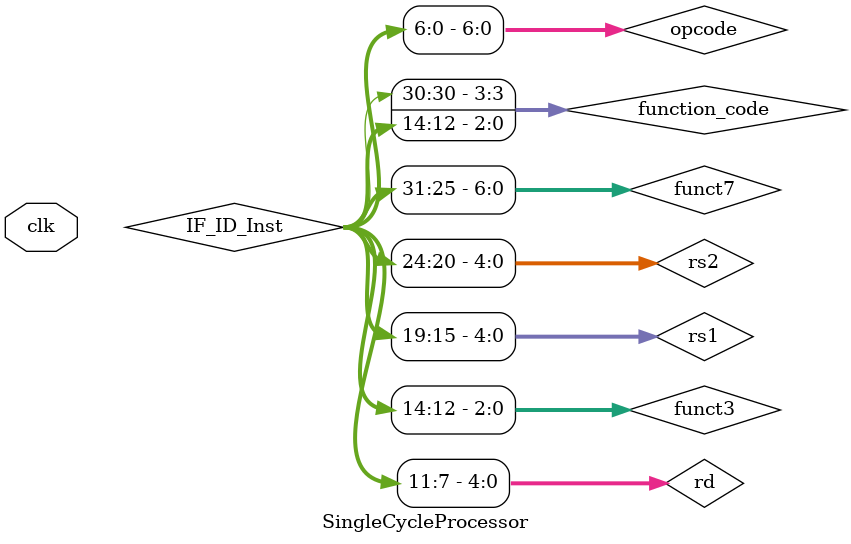
<source format=v>
`timescale 1ns / 1ps

module SingleCycleProcessor(input clk);

    // Program Counter (PC)
    wire [31:0] PC_in, PC_cs;
    PC_switch PC_reg(.PC_in(PC_in), .PC_out(PC_cs), .clk(clk));

    // Instruction Fetch (IF) Stage
    wire [31:0] Inst;
    instruction_memory IM(.PC(PC_cs), .Inst(Inst));

    // Next PC logic (PC + 4)
    wire [31:0] PC_plus4;
    adder PC_adder(.in1(PC_cs), .in2(32'd4), .out(PC_plus4));

    // IF/ID Pipeline Register
    wire [31:0] IF_ID_PC, IF_ID_nPC, IF_ID_Inst;
    IF_ID IF_ID_reg(
        .clk(clk),
        .current_PC(PC_cs),
        .next_PC(PC_plus4),
        .Instruction(Inst),
        .cPC(IF_ID_PC),
        .nPC(IF_ID_nPC),
        .Inst(IF_ID_Inst)
    );

    // Instruction Decode (ID) Stage
    // Extract instruction fields
    wire [6:0] opcode = IF_ID_Inst[6:0];
    wire [4:0] rd = IF_ID_Inst[11:7];
    wire [2:0] funct3 = IF_ID_Inst[14:12];
    wire [4:0] rs1 = IF_ID_Inst[19:15];
    wire [4:0] rs2 = IF_ID_Inst[24:20];
    wire [6:0] funct7 = IF_ID_Inst[31:25];
        wire [31:0] WriteData;


    // Control Unit
    wire Branch, MemRead, MemWrite, ALUSrc, RegWrite, Jump;
    wire [1:0] MemtoReg, ALUop;
    control control_unit(
        .Inst(opcode),
        .Branch(Branch),
        .MemRead(MemRead),
        .MemtoReg(MemtoReg),
        .ALUop(ALUop),
        .MemWrite(MemWrite),
        .ALUsrc(ALUSrc),
        .RegWrite(RegWrite),
        .jump(Jump)
    );

    // Register File
    wire [31:0] ReadData1, ReadData2;
    wire [4:0] MEM_WB_rd_out;
    register RF1(
        .read_reg1(rs1),
        .read_reg2(rs2),
        .write_reg(MEM_WB_rd_out),
        .write_data(WriteData),
        .read_data1(ReadData1),
        .read_data2(ReadData2),
        .reg_write(MEM_WB_RegWrite_out)
    );

    // Immediate Generator
    wire [31:0] Immediate;
    ImmGen Imm_Generator(.ins(IF_ID_Inst), .imm(Immediate));

    // Function code for ALU Control
    wire [3:0] function_code = {IF_ID_Inst[30], IF_ID_Inst[14:12]};

    // ID/EX Pipeline Register
    wire ID_EX_RegWrite_out, ID_EX_MemRead_out, ID_EX_MemWrite_out, ID_EX_Branch_out, ID_EX_ALUSrc_out, ID_EX_jump_out;
    wire [1:0] ID_EX_MemtoReg_out, ID_EX_ALUOp_out;
    wire [31:0] ID_EX_PC_out, ID_EX_nPC_out, ID_EX_ReadData1_out, ID_EX_ReadData2_out, ID_EX_Immediate_out;
    wire [3:0] ID_EX_function_code_out;
    wire [4:0] ID_EX_rd_out;
    ID_EX ID_EX_reg(
        .clk(clk),
        .RegWrite(RegWrite),
        .MemtoReg(MemtoReg),
        .MemRead(MemRead),
        .MemWrite(MemWrite),
        .Branch(Branch),
        .ALUSrc(ALUSrc),
        .ALUOp(ALUop),
        .current_PC(IF_ID_PC),
        .next_PC(IF_ID_nPC),
        .Readdata1(ReadData1),
        .Readdata2(ReadData2),
        .Immediate(Immediate),
        .function_code(function_code),
        .rd(rd),
        .jump(Jump),
        .RegWrite_out(ID_EX_RegWrite_out),
        .MemtoReg_out(ID_EX_MemtoReg_out),
        .MemRead_out(ID_EX_MemRead_out),
        .MemWrite_out(ID_EX_MemWrite_out),
        .Branch_out(ID_EX_Branch_out),
        .ALUSrc_out(ID_EX_ALUSrc_out),
        .ALUOp_out(ID_EX_ALUOp_out),
        .current_PC_out(ID_EX_PC_out),
        .next_PC_out(ID_EX_nPC_out),
        .Readdata1_out(ID_EX_ReadData1_out),
        .Readdata2_out(ID_EX_ReadData2_out),
        .Immediate_out(ID_EX_Immediate_out),
        .function_code_out(ID_EX_function_code_out),
        .rd_out(ID_EX_rd_out),
        .jump_out(ID_EX_jump_out)
    );

    // Execution (EX) Stage
    // ALU Control
    wire [3:0] ALU_Control_Signal;
    ALU_Control ALU_Control_Unit(
        .Inst(ID_EX_function_code_out),
        .ALUop(ID_EX_ALUOp_out),
        .control(ALU_Control_Signal)
    );

    // ALU Source MUX
    wire [31:0] ALU_in2;
    TWO_MUX ALU_Src_MUX(
        .in0(ID_EX_ReadData2_out),
        .in1(ID_EX_Immediate_out),
        .select(ID_EX_ALUSrc_out),
        .out(ALU_in2)
    );

    // ALU
    wire Zero;
    wire [31:0] ALU_Result;
    ALU ALU_Unit(
        .in1(ID_EX_ReadData1_out),
        .in2(ALU_in2),
        .control(ALU_Control_Signal),
        .zero(Zero),
        .result(ALU_Result)
    );

    // Branch Target Calculation
    wire [31:0] Shifted_Immediate;
    shift_left Shift_Left(
        .in(ID_EX_Immediate_out),
        .out(Shifted_Immediate)
    );

    wire [31:0] Branch_Target;
    adder Branch_Adder(
        .in1(ID_EX_PC_out),
        .in2(Shifted_Immediate),
        .out(Branch_Target)
    );
    
            // PC Selection Logic
    reg [1:0] PC_select;
    always @(*) begin
        if (ID_EX_Branch_out) begin
            if (Zero) begin
                PC_select = 2'b01; // Branch taken
            end else if (ALU_Control_Signal == 4'b1111) begin
            if (ID_EX_jump_out == 0)
                PC_select = 2'b10; // JAL
                else PC_select = 2'b11; // JALR
            end
        end else begin
            PC_select = 2'b00; // Next sequential instruction
        end
    end

    // PC MUX
    wire [31:0] PC_next;
    FOUR_MUX PC_MUX(
        .in0(PC_plus4),
        .in1(Branch_Target),
        .in2(Branch_Target),
        .in3(ALU_Result),
        .sel(PC_select),
        .out(PC_in)
    );

    // EX/MEM Pipeline Register
    wire EX_MEM_RegWrite_out, EX_MEM_MemRead_out, EX_MEM_MemWrite_out, EX_MEM_Branch_out, EX_MEM_Zero_out;
    wire [1:0] EX_MEM_MemtoReg_out;
    wire [31:0] EX_MEM_Branch_Target_out, EX_MEM_nPC_out, EX_MEM_ALU_Result_out, EX_MEM_ReadData2_out;
    wire [2:0] EX_MEM_funct3_out;
    wire [4:0] EX_MEM_rd_out;
    EX_MEM EX_MEM_reg(
        .clk(clk),
        .RegWrite(ID_EX_RegWrite_out),
        .MemtoReg(ID_EX_MemtoReg_out),
        .MemRead(ID_EX_MemRead_out),
        .MemWrite(ID_EX_MemWrite_out),
        .Branch(ID_EX_Branch_out),
        .Zero(Zero),
        .PC_sum(Branch_Target),
        .next_PC(ID_EX_nPC_out),
        .ALU_result(ALU_Result),
        .Readdata2(ID_EX_ReadData2_out),
        .funct3(ID_EX_function_code_out[2:0]),
        .rd(ID_EX_rd_out),
        .RegWrite_out(EX_MEM_RegWrite_out),
        .MemtoReg_out(EX_MEM_MemtoReg_out),
        .MemRead_out(EX_MEM_MemRead_out),
        .MemWrite_out(EX_MEM_MemWrite_out),
        .Branch_out(EX_MEM_Branch_out),
        .Zero_out(EX_MEM_Zero_out),
        .PC_sum_out(EX_MEM_Branch_Target_out),
        .next_PC_out(EX_MEM_nPC_out),
        .ALU_result_out(EX_MEM_ALU_Result_out),
        .Readdata2_out(EX_MEM_ReadData2_out),
        .funct3_out(EX_MEM_funct3_out),
        .rd_out(EX_MEM_rd_out)
    );

    // Memory Access (MEM) Stage
    // Data Memory
    wire [31:0] ReadData;
    data_memory DataMem1(
        .MemRead(EX_MEM_MemRead_out),
        .MemWrite(EX_MEM_MemWrite_out),
        .inst(EX_MEM_funct3_out),
        .addr(EX_MEM_ALU_Result_out),
        .WriteData(EX_MEM_ReadData2_out),
        .ReadData(ReadData)
    );

    // MEM/WB Pipeline Register
    wire [1:0] MEM_WB_MemtoReg_out;
    wire [31:0] MEM_WB_nPC_out, MEM_WB_ReadData_out, MEM_WB_ALU_Result_out, MEM_WB_Branch_Target_out;
    MEM_WB MEM_WB_reg(
        .clk(clk),
        .RegWrite(EX_MEM_RegWrite_out),
        .MemtoReg(EX_MEM_MemtoReg_out),
        .next_PC(EX_MEM_nPC_out),
        .Readdata(ReadData),
        .ALU_result(EX_MEM_ALU_Result_out),
        .rd(EX_MEM_rd_out),
        .Branch_target(EX_MEM_Branch_Target_out),
        .RegWrite_out(MEM_WB_RegWrite_out),
        .MemtoReg_out(MEM_WB_MemtoReg_out),
        .next_PC_out(MEM_WB_nPC_out),
        .Readdata_out(MEM_WB_ReadData_out),
        .ALU_result_out(MEM_WB_ALU_Result_out),
        .rd_out(MEM_WB_rd_out),
        .Branch_target_out(MEM_WB_Branch_Target_out)
    );

    // Write Back (WB) Stage
    // Write Back MUX
    FOUR_MUX Write_Back_MUX(
        .in0(MEM_WB_ALU_Result_out),
        .in1(MEM_WB_ReadData_out),
        .in2(MEM_WB_nPC_out),
        .in3(32'd0),
        .sel(MEM_WB_MemtoReg_out),
        .out(WriteData)
    );

endmodule

</source>
